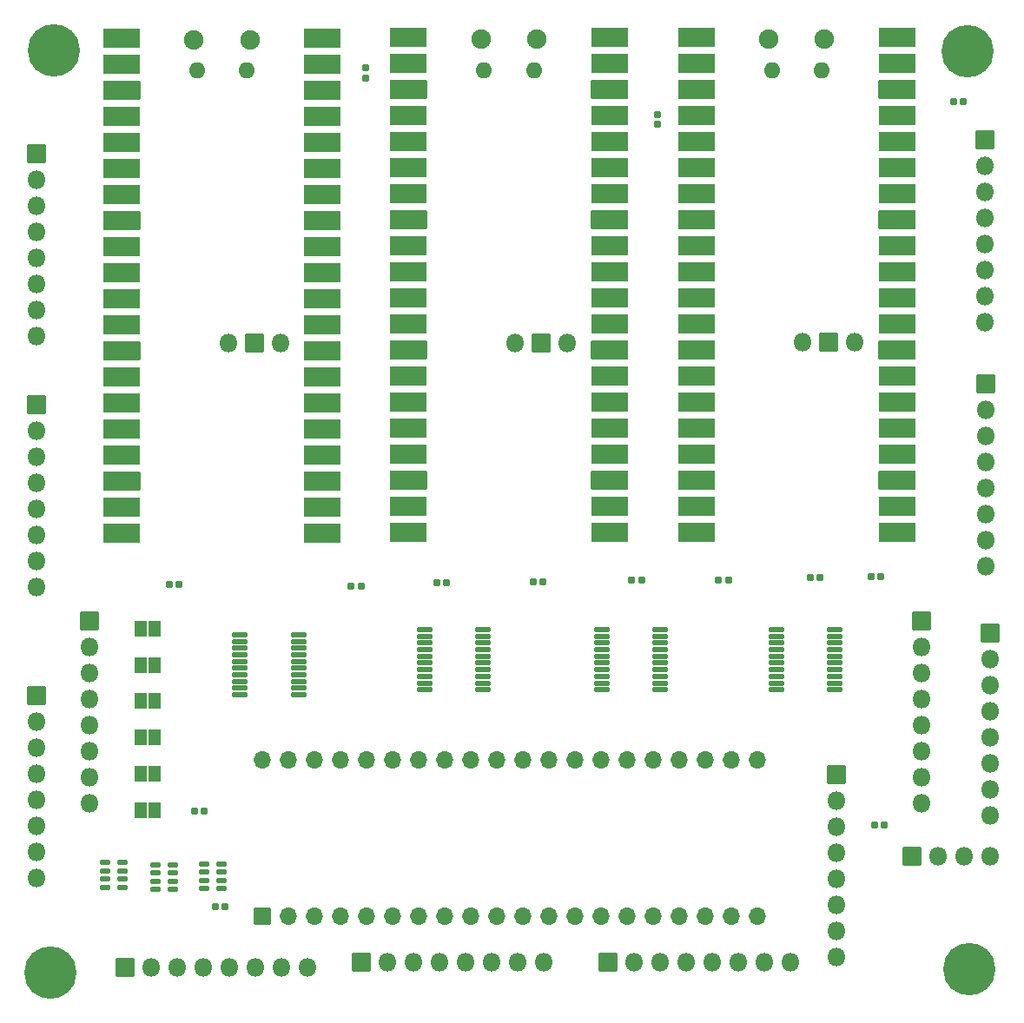
<source format=gts>
G04 #@! TF.GenerationSoftware,KiCad,Pcbnew,7.0.11-7.0.11~ubuntu22.04.1*
G04 #@! TF.CreationDate,2024-09-18T23:24:04-04:00*
G04 #@! TF.ProjectId,tfr903d,74667239-3033-4642-9e6b-696361645f70,2024-09-18*
G04 #@! TF.SameCoordinates,Original*
G04 #@! TF.FileFunction,Soldermask,Top*
G04 #@! TF.FilePolarity,Negative*
%FSLAX46Y46*%
G04 Gerber Fmt 4.6, Leading zero omitted, Abs format (unit mm)*
G04 Created by KiCad (PCBNEW 7.0.11-7.0.11~ubuntu22.04.1) date 2024-09-18 23:24:04*
%MOMM*%
%LPD*%
G01*
G04 APERTURE LIST*
G04 Aperture macros list*
%AMRoundRect*
0 Rectangle with rounded corners*
0 $1 Rounding radius*
0 $2 $3 $4 $5 $6 $7 $8 $9 X,Y pos of 4 corners*
0 Add a 4 corners polygon primitive as box body*
4,1,4,$2,$3,$4,$5,$6,$7,$8,$9,$2,$3,0*
0 Add four circle primitives for the rounded corners*
1,1,$1+$1,$2,$3*
1,1,$1+$1,$4,$5*
1,1,$1+$1,$6,$7*
1,1,$1+$1,$8,$9*
0 Add four rect primitives between the rounded corners*
20,1,$1+$1,$2,$3,$4,$5,0*
20,1,$1+$1,$4,$5,$6,$7,0*
20,1,$1+$1,$6,$7,$8,$9,0*
20,1,$1+$1,$8,$9,$2,$3,0*%
G04 Aperture macros list end*
%ADD10RoundRect,0.165400X0.195400X-0.165400X0.195400X0.165400X-0.195400X0.165400X-0.195400X-0.165400X0*%
%ADD11RoundRect,0.165400X-0.165400X-0.195400X0.165400X-0.195400X0.165400X0.195400X-0.165400X0.195400X0*%
%ADD12RoundRect,0.050800X-0.500000X-0.750000X0.500000X-0.750000X0.500000X0.750000X-0.500000X0.750000X0*%
%ADD13RoundRect,0.050800X-0.450000X-0.200000X0.450000X-0.200000X0.450000X0.200000X-0.450000X0.200000X0*%
%ADD14O,1.901600X1.901600*%
%ADD15O,1.601600X1.601600*%
%ADD16O,1.801600X1.801600*%
%ADD17RoundRect,0.050800X-1.750000X-0.850000X1.750000X-0.850000X1.750000X0.850000X-1.750000X0.850000X0*%
%ADD18RoundRect,0.050800X-0.850000X-0.850000X0.850000X-0.850000X0.850000X0.850000X-0.850000X0.850000X0*%
%ADD19RoundRect,0.125400X-0.662900X-0.125400X0.662900X-0.125400X0.662900X0.125400X-0.662900X0.125400X0*%
%ADD20RoundRect,0.050800X0.850000X-0.850000X0.850000X0.850000X-0.850000X0.850000X-0.850000X-0.850000X0*%
%ADD21C,5.101600*%
%ADD22RoundRect,0.050800X0.800000X-0.800000X0.800000X0.800000X-0.800000X0.800000X-0.800000X-0.800000X0*%
%ADD23O,1.701600X1.701600*%
%ADD24RoundRect,0.165400X-0.195400X0.165400X-0.195400X-0.165400X0.195400X-0.165400X0.195400X0.165400X0*%
%ADD25RoundRect,0.165400X0.165400X0.195400X-0.165400X0.195400X-0.165400X-0.195400X0.165400X-0.195400X0*%
G04 APERTURE END LIST*
D10*
X114400000Y-62400000D03*
X114400000Y-61440000D03*
D11*
X102220000Y-107000000D03*
X103180000Y-107000000D03*
D12*
X64000000Y-122200000D03*
X65300000Y-122200000D03*
D13*
X65450000Y-134600000D03*
X65450000Y-135400000D03*
X65450000Y-136200000D03*
X65450000Y-137000000D03*
X67150000Y-137000000D03*
X67150000Y-136200000D03*
X67150000Y-135400000D03*
X67150000Y-134600000D03*
D11*
X69240000Y-129400000D03*
X70200000Y-129400000D03*
D14*
X97160000Y-54090000D03*
D15*
X97460000Y-57120000D03*
X102310000Y-57120000D03*
D14*
X102610000Y-54090000D03*
D16*
X90995000Y-53960000D03*
D17*
X90095000Y-53960000D03*
D16*
X90995000Y-56500000D03*
D17*
X90095000Y-56500000D03*
D18*
X90995000Y-59040000D03*
D17*
X90095000Y-59040000D03*
D16*
X90995000Y-61580000D03*
D17*
X90095000Y-61580000D03*
D16*
X90995000Y-64120000D03*
D17*
X90095000Y-64120000D03*
D16*
X90995000Y-66660000D03*
D17*
X90095000Y-66660000D03*
D16*
X90995000Y-69200000D03*
D17*
X90095000Y-69200000D03*
D18*
X90995000Y-71740000D03*
D17*
X90095000Y-71740000D03*
D16*
X90995000Y-74280000D03*
D17*
X90095000Y-74280000D03*
D16*
X90995000Y-76820000D03*
D17*
X90095000Y-76820000D03*
D16*
X90995000Y-79360000D03*
D17*
X90095000Y-79360000D03*
D16*
X90995000Y-81900000D03*
D17*
X90095000Y-81900000D03*
D18*
X90995000Y-84440000D03*
D17*
X90095000Y-84440000D03*
D16*
X90995000Y-86980000D03*
D17*
X90095000Y-86980000D03*
D16*
X90995000Y-89520000D03*
D17*
X90095000Y-89520000D03*
D16*
X90995000Y-92060000D03*
D17*
X90095000Y-92060000D03*
D16*
X90995000Y-94600000D03*
D17*
X90095000Y-94600000D03*
D18*
X90995000Y-97140000D03*
D17*
X90095000Y-97140000D03*
D16*
X90995000Y-99680000D03*
D17*
X90095000Y-99680000D03*
D16*
X90995000Y-102220000D03*
D17*
X90095000Y-102220000D03*
D16*
X108775000Y-102220000D03*
D17*
X109675000Y-102220000D03*
D16*
X108775000Y-99680000D03*
D17*
X109675000Y-99680000D03*
D18*
X108775000Y-97140000D03*
D17*
X109675000Y-97140000D03*
D16*
X108775000Y-94600000D03*
D17*
X109675000Y-94600000D03*
D16*
X108775000Y-92060000D03*
D17*
X109675000Y-92060000D03*
D16*
X108775000Y-89520000D03*
D17*
X109675000Y-89520000D03*
D16*
X108775000Y-86980000D03*
D17*
X109675000Y-86980000D03*
D18*
X108775000Y-84440000D03*
D17*
X109675000Y-84440000D03*
D16*
X108775000Y-81900000D03*
D17*
X109675000Y-81900000D03*
D16*
X108775000Y-79360000D03*
D17*
X109675000Y-79360000D03*
D16*
X108775000Y-76820000D03*
D17*
X109675000Y-76820000D03*
D16*
X108775000Y-74280000D03*
D17*
X109675000Y-74280000D03*
D18*
X108775000Y-71740000D03*
D17*
X109675000Y-71740000D03*
D16*
X108775000Y-69200000D03*
D17*
X109675000Y-69200000D03*
D16*
X108775000Y-66660000D03*
D17*
X109675000Y-66660000D03*
D16*
X108775000Y-64120000D03*
D17*
X109675000Y-64120000D03*
D16*
X108775000Y-61580000D03*
D17*
X109675000Y-61580000D03*
D18*
X108775000Y-59040000D03*
D17*
X109675000Y-59040000D03*
D16*
X108775000Y-56500000D03*
D17*
X109675000Y-56500000D03*
D16*
X108775000Y-53960000D03*
D17*
X109675000Y-53960000D03*
D16*
X100469100Y-83690000D03*
D18*
X103009100Y-83690000D03*
D16*
X105549100Y-83690000D03*
D18*
X53800000Y-118080000D03*
D16*
X53800000Y-120620000D03*
X53800000Y-123160000D03*
X53800000Y-125700000D03*
X53800000Y-128240000D03*
X53800000Y-130780000D03*
X53800000Y-133320000D03*
X53800000Y-135860000D03*
D18*
X140100000Y-110800000D03*
D16*
X140100000Y-113340000D03*
X140100000Y-115880000D03*
X140100000Y-118420000D03*
X140100000Y-120960000D03*
X140100000Y-123500000D03*
X140100000Y-126040000D03*
X140100000Y-128580000D03*
D19*
X73637500Y-112175000D03*
X73637500Y-112825000D03*
X73637500Y-113475000D03*
X73637500Y-114125000D03*
X73637500Y-114775000D03*
X73637500Y-115425000D03*
X73637500Y-116075000D03*
X73637500Y-116725000D03*
X73637500Y-117375000D03*
X73637500Y-118025000D03*
X79362500Y-118025000D03*
X79362500Y-117375000D03*
X79362500Y-116725000D03*
X79362500Y-116075000D03*
X79362500Y-115425000D03*
X79362500Y-114775000D03*
X79362500Y-114125000D03*
X79362500Y-113475000D03*
X79362500Y-112825000D03*
X79362500Y-112175000D03*
D20*
X62485000Y-144600000D03*
D16*
X65025000Y-144600000D03*
X67565000Y-144600000D03*
X70105000Y-144600000D03*
X72645000Y-144600000D03*
X75185000Y-144600000D03*
X77725000Y-144600000D03*
X80265000Y-144600000D03*
D21*
X55195900Y-145095900D03*
D12*
X64000000Y-111550000D03*
X65300000Y-111550000D03*
D18*
X146300000Y-63880000D03*
D16*
X146300000Y-66420000D03*
X146300000Y-68960000D03*
X146300000Y-71500000D03*
X146300000Y-74040000D03*
X146300000Y-76580000D03*
X146300000Y-79120000D03*
X146300000Y-81660000D03*
D21*
X144565000Y-55240000D03*
D13*
X70200000Y-134500000D03*
X70200000Y-135300000D03*
X70200000Y-136100000D03*
X70200000Y-136900000D03*
X71900000Y-136900000D03*
X71900000Y-136100000D03*
X71900000Y-135300000D03*
X71900000Y-134500000D03*
D11*
X135520000Y-130700000D03*
X136480000Y-130700000D03*
D18*
X53790000Y-65240000D03*
D16*
X53790000Y-67780000D03*
X53790000Y-70320000D03*
X53790000Y-72860000D03*
X53790000Y-75400000D03*
X53790000Y-77940000D03*
X53790000Y-80480000D03*
X53790000Y-83020000D03*
D19*
X91637500Y-111675000D03*
X91637500Y-112325000D03*
X91637500Y-112975000D03*
X91637500Y-113625000D03*
X91637500Y-114275000D03*
X91637500Y-114925000D03*
X91637500Y-115575000D03*
X91637500Y-116225000D03*
X91637500Y-116875000D03*
X91637500Y-117525000D03*
X97362500Y-117525000D03*
X97362500Y-116875000D03*
X97362500Y-116225000D03*
X97362500Y-115575000D03*
X97362500Y-114925000D03*
X97362500Y-114275000D03*
X97362500Y-113625000D03*
X97362500Y-112975000D03*
X97362500Y-112325000D03*
X97362500Y-111675000D03*
X125937500Y-111675000D03*
X125937500Y-112325000D03*
X125937500Y-112975000D03*
X125937500Y-113625000D03*
X125937500Y-114275000D03*
X125937500Y-114925000D03*
X125937500Y-115575000D03*
X125937500Y-116225000D03*
X125937500Y-116875000D03*
X125937500Y-117525000D03*
X131662500Y-117525000D03*
X131662500Y-116875000D03*
X131662500Y-116225000D03*
X131662500Y-115575000D03*
X131662500Y-114925000D03*
X131662500Y-114275000D03*
X131662500Y-113625000D03*
X131662500Y-112975000D03*
X131662500Y-112325000D03*
X131662500Y-111675000D03*
D18*
X146800000Y-111980000D03*
D16*
X146800000Y-114520000D03*
X146800000Y-117060000D03*
X146800000Y-119600000D03*
X146800000Y-122140000D03*
X146800000Y-124680000D03*
X146800000Y-127220000D03*
X146800000Y-129760000D03*
D18*
X131800000Y-125780000D03*
D16*
X131800000Y-128320000D03*
X131800000Y-130860000D03*
X131800000Y-133400000D03*
X131800000Y-135940000D03*
X131800000Y-138480000D03*
X131800000Y-141020000D03*
X131800000Y-143560000D03*
D11*
X84500000Y-107400000D03*
X85460000Y-107400000D03*
D13*
X60500000Y-134400000D03*
X60500000Y-135200000D03*
X60500000Y-136000000D03*
X60500000Y-136800000D03*
X62200000Y-136800000D03*
X62200000Y-136000000D03*
X62200000Y-135200000D03*
X62200000Y-134400000D03*
D20*
X139180000Y-133800000D03*
D16*
X141720000Y-133800000D03*
X144260000Y-133800000D03*
X146800000Y-133800000D03*
D22*
X75805000Y-139575000D03*
D23*
X78345000Y-139575000D03*
X80885000Y-139575000D03*
X83425000Y-139575000D03*
X85965000Y-139575000D03*
X88505000Y-139575000D03*
X91045000Y-139575000D03*
X93585000Y-139575000D03*
X96125000Y-139575000D03*
X98665000Y-139575000D03*
X101205000Y-139575000D03*
X103745000Y-139575000D03*
X106285000Y-139575000D03*
X108825000Y-139575000D03*
X111365000Y-139575000D03*
X113905000Y-139575000D03*
X116445000Y-139575000D03*
X118985000Y-139575000D03*
X121525000Y-139575000D03*
X124065000Y-139575000D03*
X124065000Y-124335000D03*
X121525000Y-124335000D03*
X118985000Y-124335000D03*
X116445000Y-124335000D03*
X113905000Y-124335000D03*
X111365000Y-124335000D03*
X108825000Y-124335000D03*
X106285000Y-124335000D03*
X103745000Y-124335000D03*
X101205000Y-124335000D03*
X98665000Y-124335000D03*
X96125000Y-124335000D03*
X93585000Y-124335000D03*
X91045000Y-124335000D03*
X88505000Y-124335000D03*
X85965000Y-124335000D03*
X83425000Y-124335000D03*
X80885000Y-124335000D03*
X78345000Y-124335000D03*
X75805000Y-124335000D03*
D14*
X125200000Y-54070000D03*
D15*
X125500000Y-57100000D03*
X130350000Y-57100000D03*
D14*
X130650000Y-54070000D03*
D16*
X119035000Y-53940000D03*
D17*
X118135000Y-53940000D03*
D16*
X119035000Y-56480000D03*
D17*
X118135000Y-56480000D03*
D18*
X119035000Y-59020000D03*
D17*
X118135000Y-59020000D03*
D16*
X119035000Y-61560000D03*
D17*
X118135000Y-61560000D03*
D16*
X119035000Y-64100000D03*
D17*
X118135000Y-64100000D03*
D16*
X119035000Y-66640000D03*
D17*
X118135000Y-66640000D03*
D16*
X119035000Y-69180000D03*
D17*
X118135000Y-69180000D03*
D18*
X119035000Y-71720000D03*
D17*
X118135000Y-71720000D03*
D16*
X119035000Y-74260000D03*
D17*
X118135000Y-74260000D03*
D16*
X119035000Y-76800000D03*
D17*
X118135000Y-76800000D03*
D16*
X119035000Y-79340000D03*
D17*
X118135000Y-79340000D03*
D16*
X119035000Y-81880000D03*
D17*
X118135000Y-81880000D03*
D18*
X119035000Y-84420000D03*
D17*
X118135000Y-84420000D03*
D16*
X119035000Y-86960000D03*
D17*
X118135000Y-86960000D03*
D16*
X119035000Y-89500000D03*
D17*
X118135000Y-89500000D03*
D16*
X119035000Y-92040000D03*
D17*
X118135000Y-92040000D03*
D16*
X119035000Y-94580000D03*
D17*
X118135000Y-94580000D03*
D18*
X119035000Y-97120000D03*
D17*
X118135000Y-97120000D03*
D16*
X119035000Y-99660000D03*
D17*
X118135000Y-99660000D03*
D16*
X119035000Y-102200000D03*
D17*
X118135000Y-102200000D03*
D16*
X136815000Y-102200000D03*
D17*
X137715000Y-102200000D03*
D16*
X136815000Y-99660000D03*
D17*
X137715000Y-99660000D03*
D18*
X136815000Y-97120000D03*
D17*
X137715000Y-97120000D03*
D16*
X136815000Y-94580000D03*
D17*
X137715000Y-94580000D03*
D16*
X136815000Y-92040000D03*
D17*
X137715000Y-92040000D03*
D16*
X136815000Y-89500000D03*
D17*
X137715000Y-89500000D03*
D16*
X136815000Y-86960000D03*
D17*
X137715000Y-86960000D03*
D18*
X136815000Y-84420000D03*
D17*
X137715000Y-84420000D03*
D16*
X136815000Y-81880000D03*
D17*
X137715000Y-81880000D03*
D16*
X136815000Y-79340000D03*
D17*
X137715000Y-79340000D03*
D16*
X136815000Y-76800000D03*
D17*
X137715000Y-76800000D03*
D16*
X136815000Y-74260000D03*
D17*
X137715000Y-74260000D03*
D18*
X136815000Y-71720000D03*
D17*
X137715000Y-71720000D03*
D16*
X136815000Y-69180000D03*
D17*
X137715000Y-69180000D03*
D16*
X136815000Y-66640000D03*
D17*
X137715000Y-66640000D03*
D16*
X136815000Y-64100000D03*
D17*
X137715000Y-64100000D03*
D16*
X136815000Y-61560000D03*
D17*
X137715000Y-61560000D03*
D18*
X136815000Y-59020000D03*
D17*
X137715000Y-59020000D03*
D16*
X136815000Y-56480000D03*
D17*
X137715000Y-56480000D03*
D16*
X136815000Y-53940000D03*
D17*
X137715000Y-53940000D03*
D16*
X128509100Y-83670000D03*
D18*
X131049100Y-83670000D03*
D16*
X133589100Y-83670000D03*
D20*
X109525000Y-144100000D03*
D16*
X112065000Y-144100000D03*
X114605000Y-144100000D03*
X117145000Y-144100000D03*
X119685000Y-144100000D03*
X122225000Y-144100000D03*
X124765000Y-144100000D03*
X127305000Y-144100000D03*
D11*
X129240000Y-106600000D03*
X130200000Y-106600000D03*
D12*
X64000000Y-115100000D03*
X65300000Y-115100000D03*
D11*
X66740000Y-107300000D03*
X67700000Y-107300000D03*
X135200000Y-106500000D03*
X136160000Y-106500000D03*
D18*
X53790000Y-89710000D03*
D16*
X53790000Y-92250000D03*
X53790000Y-94790000D03*
X53790000Y-97330000D03*
X53790000Y-99870000D03*
X53790000Y-102410000D03*
X53790000Y-104950000D03*
X53790000Y-107490000D03*
D24*
X85900000Y-56920000D03*
X85900000Y-57880000D03*
D20*
X85525000Y-144100000D03*
D16*
X88065000Y-144100000D03*
X90605000Y-144100000D03*
X93145000Y-144100000D03*
X95685000Y-144100000D03*
X98225000Y-144100000D03*
X100765000Y-144100000D03*
X103305000Y-144100000D03*
D11*
X120320000Y-106800000D03*
X121280000Y-106800000D03*
X111840000Y-106800000D03*
X112800000Y-106800000D03*
X143240000Y-60200000D03*
X144200000Y-60200000D03*
D21*
X55505900Y-55234100D03*
X144735000Y-144760000D03*
D12*
X64000000Y-129300000D03*
X65300000Y-129300000D03*
X64000000Y-118650000D03*
X65300000Y-118650000D03*
D25*
X72230000Y-138650000D03*
X71270000Y-138650000D03*
D18*
X59000000Y-110820000D03*
D16*
X59000000Y-113360000D03*
X59000000Y-115900000D03*
X59000000Y-118440000D03*
X59000000Y-120980000D03*
X59000000Y-123520000D03*
X59000000Y-126060000D03*
X59000000Y-128600000D03*
D11*
X92840000Y-107100000D03*
X93800000Y-107100000D03*
D14*
X69185000Y-54150000D03*
D15*
X69485000Y-57180000D03*
X74335000Y-57180000D03*
D14*
X74635000Y-54150000D03*
D16*
X63020000Y-54020000D03*
D17*
X62120000Y-54020000D03*
D16*
X63020000Y-56560000D03*
D17*
X62120000Y-56560000D03*
D18*
X63020000Y-59100000D03*
D17*
X62120000Y-59100000D03*
D16*
X63020000Y-61640000D03*
D17*
X62120000Y-61640000D03*
D16*
X63020000Y-64180000D03*
D17*
X62120000Y-64180000D03*
D16*
X63020000Y-66720000D03*
D17*
X62120000Y-66720000D03*
D16*
X63020000Y-69260000D03*
D17*
X62120000Y-69260000D03*
D18*
X63020000Y-71800000D03*
D17*
X62120000Y-71800000D03*
D16*
X63020000Y-74340000D03*
D17*
X62120000Y-74340000D03*
D16*
X63020000Y-76880000D03*
D17*
X62120000Y-76880000D03*
D16*
X63020000Y-79420000D03*
D17*
X62120000Y-79420000D03*
D16*
X63020000Y-81960000D03*
D17*
X62120000Y-81960000D03*
D18*
X63020000Y-84500000D03*
D17*
X62120000Y-84500000D03*
D16*
X63020000Y-87040000D03*
D17*
X62120000Y-87040000D03*
D16*
X63020000Y-89580000D03*
D17*
X62120000Y-89580000D03*
D16*
X63020000Y-92120000D03*
D17*
X62120000Y-92120000D03*
D16*
X63020000Y-94660000D03*
D17*
X62120000Y-94660000D03*
D18*
X63020000Y-97200000D03*
D17*
X62120000Y-97200000D03*
D16*
X63020000Y-99740000D03*
D17*
X62120000Y-99740000D03*
D16*
X63020000Y-102280000D03*
D17*
X62120000Y-102280000D03*
D16*
X80800000Y-102280000D03*
D17*
X81700000Y-102280000D03*
D16*
X80800000Y-99740000D03*
D17*
X81700000Y-99740000D03*
D18*
X80800000Y-97200000D03*
D17*
X81700000Y-97200000D03*
D16*
X80800000Y-94660000D03*
D17*
X81700000Y-94660000D03*
D16*
X80800000Y-92120000D03*
D17*
X81700000Y-92120000D03*
D16*
X80800000Y-89580000D03*
D17*
X81700000Y-89580000D03*
D16*
X80800000Y-87040000D03*
D17*
X81700000Y-87040000D03*
D18*
X80800000Y-84500000D03*
D17*
X81700000Y-84500000D03*
D16*
X80800000Y-81960000D03*
D17*
X81700000Y-81960000D03*
D16*
X80800000Y-79420000D03*
D17*
X81700000Y-79420000D03*
D16*
X80800000Y-76880000D03*
D17*
X81700000Y-76880000D03*
D16*
X80800000Y-74340000D03*
D17*
X81700000Y-74340000D03*
D18*
X80800000Y-71800000D03*
D17*
X81700000Y-71800000D03*
D16*
X80800000Y-69260000D03*
D17*
X81700000Y-69260000D03*
D16*
X80800000Y-66720000D03*
D17*
X81700000Y-66720000D03*
D16*
X80800000Y-64180000D03*
D17*
X81700000Y-64180000D03*
D16*
X80800000Y-61640000D03*
D17*
X81700000Y-61640000D03*
D18*
X80800000Y-59100000D03*
D17*
X81700000Y-59100000D03*
D16*
X80800000Y-56560000D03*
D17*
X81700000Y-56560000D03*
D16*
X80800000Y-54020000D03*
D17*
X81700000Y-54020000D03*
D16*
X72494100Y-83750000D03*
D18*
X75034100Y-83750000D03*
D16*
X77574100Y-83750000D03*
D18*
X146400000Y-87720000D03*
D16*
X146400000Y-90260000D03*
X146400000Y-92800000D03*
X146400000Y-95340000D03*
X146400000Y-97880000D03*
X146400000Y-100420000D03*
X146400000Y-102960000D03*
X146400000Y-105500000D03*
D19*
X108925000Y-111675000D03*
X108925000Y-112325000D03*
X108925000Y-112975000D03*
X108925000Y-113625000D03*
X108925000Y-114275000D03*
X108925000Y-114925000D03*
X108925000Y-115575000D03*
X108925000Y-116225000D03*
X108925000Y-116875000D03*
X108925000Y-117525000D03*
X114650000Y-117525000D03*
X114650000Y-116875000D03*
X114650000Y-116225000D03*
X114650000Y-115575000D03*
X114650000Y-114925000D03*
X114650000Y-114275000D03*
X114650000Y-113625000D03*
X114650000Y-112975000D03*
X114650000Y-112325000D03*
X114650000Y-111675000D03*
D12*
X64000000Y-125750000D03*
X65300000Y-125750000D03*
M02*

</source>
